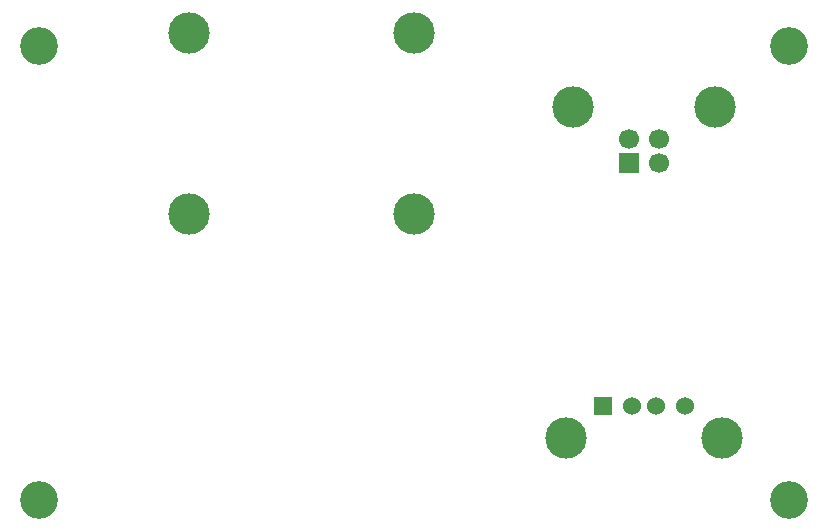
<source format=gts>
%TF.GenerationSoftware,KiCad,Pcbnew,(6.0.6)*%
%TF.CreationDate,2022-07-25T19:50:51+03:00*%
%TF.ProjectId,USB_Power_Injector_V1.0,5553425f-506f-4776-9572-5f496e6a6563,rev?*%
%TF.SameCoordinates,PX70ea928PY7952f5c*%
%TF.FileFunction,Soldermask,Top*%
%TF.FilePolarity,Negative*%
%FSLAX46Y46*%
G04 Gerber Fmt 4.6, Leading zero omitted, Abs format (unit mm)*
G04 Created by KiCad (PCBNEW (6.0.6)) date 2022-07-25 19:50:51*
%MOMM*%
%LPD*%
G01*
G04 APERTURE LIST*
%ADD10R,1.524000X1.524000*%
%ADD11C,1.524000*%
%ADD12C,3.500000*%
%ADD13C,3.200000*%
%ADD14R,1.700000X1.700000*%
%ADD15C,1.700000*%
G04 APERTURE END LIST*
D10*
%TO.C,J4*%
X47750000Y8000000D03*
D11*
X50250000Y8000000D03*
X52250000Y8000000D03*
X54750000Y8000000D03*
D12*
X57820000Y5290000D03*
X44680000Y5290000D03*
%TD*%
D13*
%TO.C,H3*%
X0Y0D03*
%TD*%
%TO.C,H1*%
X63500000Y0D03*
%TD*%
D12*
%TO.C,J2*%
X12750000Y24250000D03*
X12750000Y39550000D03*
%TD*%
D13*
%TO.C,H2*%
X63500000Y38500000D03*
%TD*%
%TO.C,H4*%
X0Y38500000D03*
%TD*%
D14*
%TO.C,J3*%
X50000000Y28600000D03*
D15*
X52500000Y28600000D03*
X52500000Y30600000D03*
X50000000Y30600000D03*
D12*
X45230000Y33310000D03*
X57270000Y33310000D03*
%TD*%
%TO.C,J1*%
X31750000Y24250000D03*
X31750000Y39550000D03*
%TD*%
M02*

</source>
